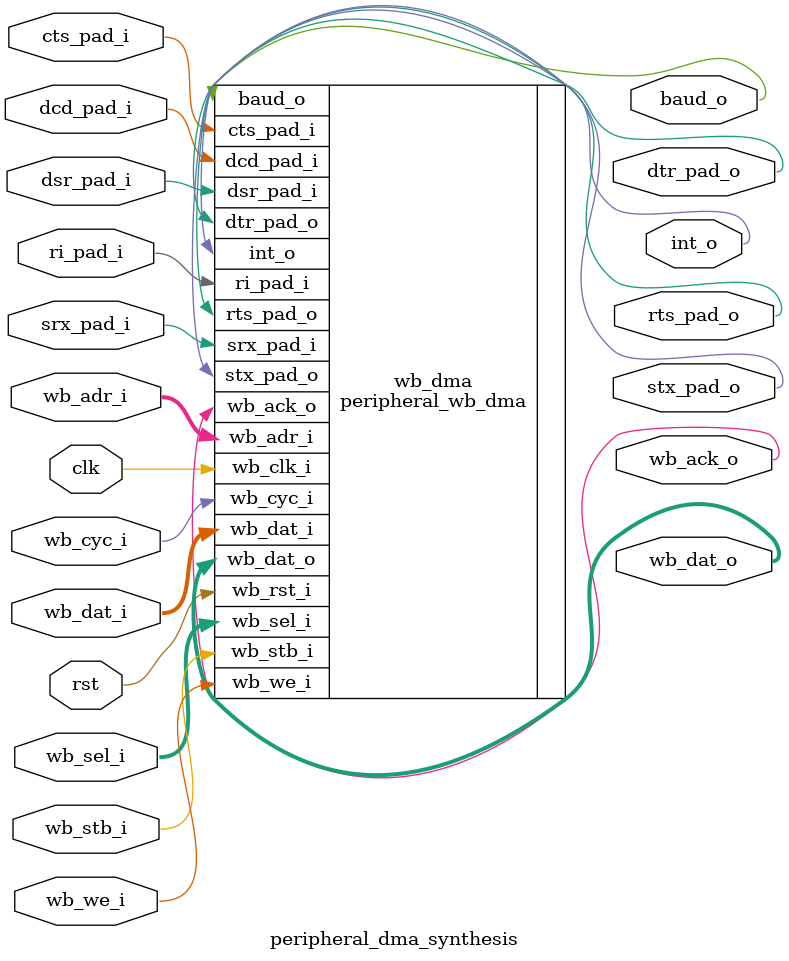
<source format=sv>

/* Copyright (c) 2018-2019 by the author(s)
 *
 * Permission is hereby granted, free of charge, to any person obtaining a copy
 * of this software and associated documentation files (the "Software"), to deal
 * in the Software without restriction, including without limitation the rights
 * to use, copy, modify, merge, publish, distribute, sublicense, and/or sell
 * copies of the Software, and to permit persons to whom the Software is
 * furnished to do so, subject to the following conditions:
 *
 * The above copyright notice and this permission notice shall be included in
 * all copies or substantial portions of the Software.
 *
 * THE SOFTWARE IS PROVIDED "AS IS", WITHOUT WARRANTY OF ANY KIND, EXPRESS OR
 * IMPLIED, INCLUDING BUT NOT LIMITED TO THE WARRANTIES OF MERCHANTABILITY,
 * FITNESS FOR A PARTICULAR PURPOSE AND NONINFRINGEMENT. IN NO EVENT SHALL THE
 * AUTHORS OR COPYRIGHT HOLDERS BE LIABLE FOR ANY CLAIM, DAMAGES OR OTHER
 * LIABILITY, WHETHER IN AN ACTION OF CONTRACT, TORT OR OTHERWISE, ARISING FROM,
 * OUT OF OR IN CONNECTION WITH THE SOFTWARE OR THE USE OR OTHER DEALINGS IN
 * THE SOFTWARE.
 *
 * =============================================================================
 * Author(s):
 *   Paco Reina Campo <pacoreinacampo@queenfield.tech>
 */

module peripheral_dma_synthesis #(
  parameter SIM   = 0,
  parameter DEBUG = 0
) (
  input clk,
  input rst,

  // WISHBONE interface
  input  [2:0] wb_adr_i,
  input  [7:0] wb_dat_i,
  output [7:0] wb_dat_o,
  input        wb_we_i,
  input        wb_stb_i,
  input        wb_cyc_i,
  input  [3:0] wb_sel_i,
  output       wb_ack_o,
  output       int_o,

  // UART signals
  input  srx_pad_i,
  output stx_pad_o,
  output rts_pad_o,
  input  cts_pad_i,
  output dtr_pad_o,
  input  dsr_pad_i,
  input  ri_pad_i,
  input  dcd_pad_i,

  // optional baudrate output
  output baud_o
);

  //////////////////////////////////////////////////////////////////
  //
  // Module Body
  //

  //DUT WB
  peripheral_wb_dma #(
    .SIM  (SIM),
    .DEBUG(DEBUG)
  ) wb_dma (
    .wb_clk_i(clk),
    .wb_rst_i(rst),

    // WISHBONE interface
    .wb_adr_i(wb_adr_i),
    .wb_dat_i(wb_dat_i),
    .wb_dat_o(wb_dat_o),
    .wb_we_i (wb_we_i),
    .wb_stb_i(wb_stb_i),
    .wb_cyc_i(wb_cyc_i),
    .wb_sel_i(wb_sel_i),
    .wb_ack_o(wb_ack_o),
    .int_o   (int_o),

    // UART  signals
    .srx_pad_i(srx_pad_i),
    .stx_pad_o(stx_pad_o),
    .rts_pad_o(rts_pad_o),
    .cts_pad_i(cts_pad_i),
    .dtr_pad_o(dtr_pad_o),
    .dsr_pad_i(dsr_pad_i),
    .ri_pad_i (ri_pad_i),
    .dcd_pad_i(dcd_pad_i),

    // optional baudrate output
    .baud_o(baud_o)
  );
endmodule

</source>
